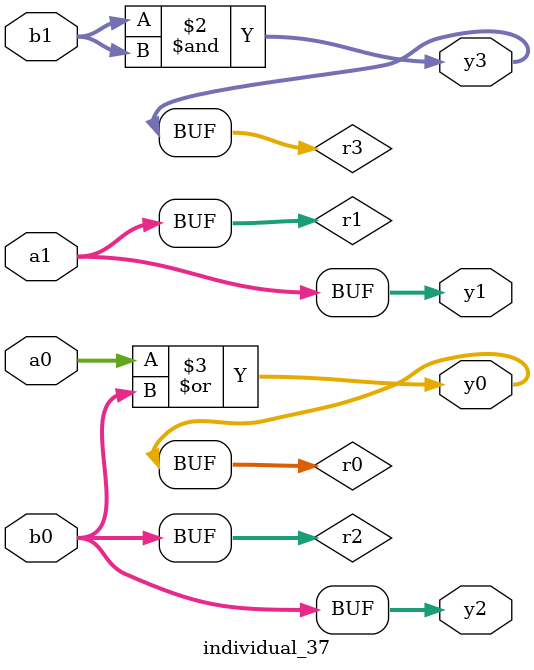
<source format=sv>
module individual_37(input logic [15:0] a1, input logic [15:0] a0, input logic [15:0] b1, input logic [15:0] b0, output logic [15:0] y3, output logic [15:0] y2, output logic [15:0] y1, output logic [15:0] y0);
logic [15:0] r0, r1, r2, r3; 
 always@(*) begin 
	 r0 = a0; r1 = a1; r2 = b0; r3 = b1; 
 	 r3  &=  b1 ;
 	 r0  |=  b0 ;
 	 y3 = r3; y2 = r2; y1 = r1; y0 = r0; 
end
endmodule
</source>
